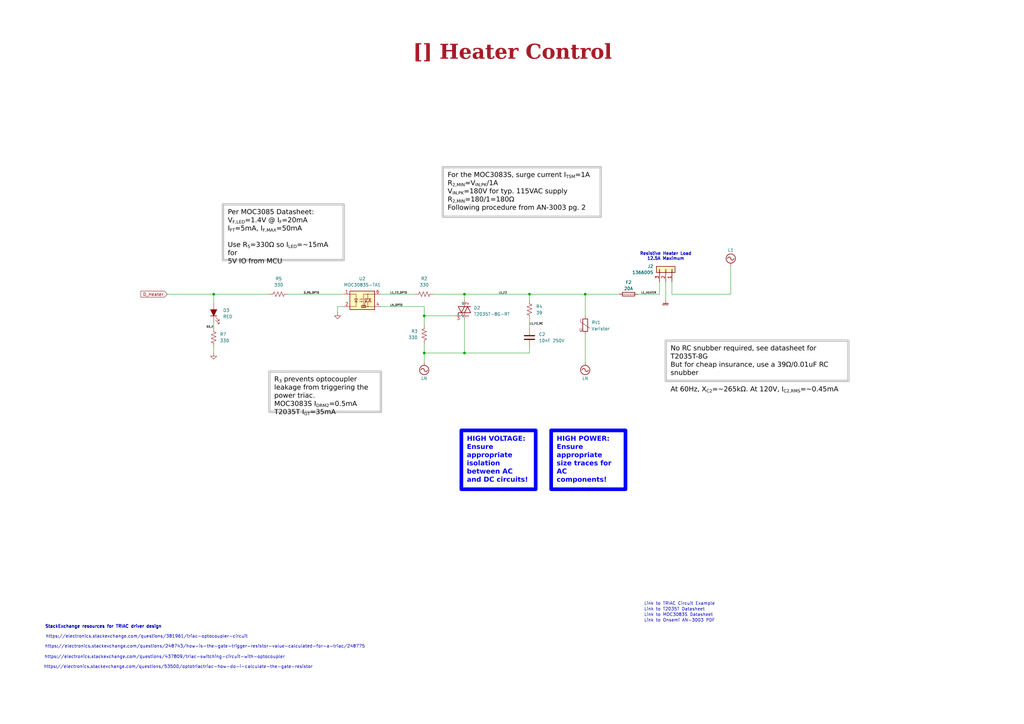
<source format=kicad_sch>
(kicad_sch (version 20250114) (generator "eeschema") (generator_version "9.0")
  (paper "A3")
  (title_block (title "Heater Control") (date "2025-08-28") (rev "${REVISION}") (company "${COMPANY}"))
  (lib_symbols
    (symbol "Connector_Generic:Conn_01x03" (pin_names (offset 1.016) (hide yes))
      (property "Reference" "J" (at 0 5.08 0))
      (property "Value" "Conn_01x03" (at 0 -5.08 0))
      (symbol "Conn_01x03_1_1"
        (rectangle (start -1.27 3.81) (end 1.27 -3.81) (stroke (width 0.254)) (fill (type background)))
        (rectangle (start -1.27 2.667) (end 0 2.413) (stroke (width 0.1524)))
        (rectangle (start -1.27 0.127) (end 0 -0.127) (stroke (width 0.1524)))
        (rectangle (start -1.27 -2.413) (end 0 -2.667) (stroke (width 0.1524)))
        (pin passive line (at -5.08 2.54 0) (length 3.81) (name "Pin_1") (number "1"))
        (pin passive line (at -5.08 0 0) (length 3.81) (name "Pin_2") (number "2"))
        (pin passive line (at -5.08 -2.54 0) (length 3.81) (name "Pin_3") (number "3"))
      )
    )
    (symbol "Device:C" (pin_numbers (hide yes)) (pin_names (offset 0.254))
      (property "Reference" "C" (at 0.635 2.54 0))
      (property "Value" "C" (at 0.635 -2.54 0))
      (symbol "C_0_1"
        (polyline (pts (xy -2.032 0.762) (xy 2.032 0.762)) (stroke (width 0.508)))
        (polyline (pts (xy -2.032 -0.762) (xy 2.032 -0.762)) (stroke (width 0.508)))
      )
      (symbol "C_1_1"
        (pin passive line (at 0 3.81 270) (length 2.794) (name "~") (number "1"))
        (pin passive line (at 0 -3.81 90) (length 2.794) (name "~") (number "2"))
      )
    )
    (symbol "Device:Fuse" (pin_numbers (hide yes)) (pin_names (offset 0))
      (property "Reference" "F" (at 2.032 0 90))
      (property "Value" "Fuse" (at -1.905 0 90))
      (symbol "Fuse_0_1"
        (rectangle (start -0.762 -2.54) (end 0.762 2.54) (stroke (width 0.254)))
        (polyline (pts (xy 0 2.54) (xy 0 -2.54)))
      )
      (symbol "Fuse_1_1"
        (pin passive line (at 0 3.81 270) (length 1.27) (name "~") (number "1"))
        (pin passive line (at 0 -3.81 90) (length 1.27) (name "~") (number "2"))
      )
    )
    (symbol "Device:LED_Filled" (pin_numbers (hide yes)) (pin_names (offset 1.016) (hide yes))
      (property "Reference" "D" (at 0 2.54 0))
      (property "Value" "LED_Filled" (at 0 -2.54 0))
      (property "Sim.Pins" "1=K 2=A" (at 0 0 0))
      (symbol "LED_Filled_0_1"
        (polyline (pts (xy -3.048 -0.762) (xy -4.572 -2.286) (xy -3.81 -2.286) (xy -4.572 -2.286) (xy -4.572 -1.524)))
        (polyline (pts (xy -1.778 -0.762) (xy -3.302 -2.286) (xy -2.54 -2.286) (xy -3.302 -2.286) (xy -3.302 -1.524)))
        (polyline (pts (xy -1.27 0) (xy 1.27 0)))
        (polyline (pts (xy -1.27 -1.27) (xy -1.27 1.27)) (stroke (width 0.254)))
        (polyline (pts (xy 1.27 -1.27) (xy 1.27 1.27) (xy -1.27 0) (xy 1.27 -1.27)) (stroke (width 0.254)) (fill (type outline)))
      )
      (symbol "LED_Filled_1_1"
        (pin passive line (at -3.81 0 0) (length 2.54) (name "K") (number "1"))
        (pin passive line (at 3.81 0 180) (length 2.54) (name "A") (number "2"))
      )
    )
    (symbol "Device:R_US" (pin_numbers (hide yes)) (pin_names (offset 0))
      (property "Reference" "R" (at 2.54 0 90))
      (property "Value" "R_US" (at -2.54 0 90))
      (symbol "R_US_0_1"
        (polyline (pts (xy 0 2.286) (xy 0 2.54)))
        (polyline (pts (xy 0 2.286) (xy 1.016 1.905) (xy 0 1.524) (xy -1.016 1.143) (xy 0 0.762)))
        (polyline (pts (xy 0 0.762) (xy 1.016 0.381) (xy 0 0) (xy -1.016 -0.381) (xy 0 -0.762)))
        (polyline (pts (xy 0 -0.762) (xy 1.016 -1.143) (xy 0 -1.524) (xy -1.016 -1.905) (xy 0 -2.286)))
        (polyline (pts (xy 0 -2.286) (xy 0 -2.54)))
      )
      (symbol "R_US_1_1"
        (pin passive line (at 0 3.81 270) (length 1.27) (name "~") (number "1"))
        (pin passive line (at 0 -3.81 90) (length 1.27) (name "~") (number "2"))
      )
    )
    (symbol "Device:Varistor" (pin_numbers (hide yes)) (pin_names (offset 0))
      (property "Reference" "RV" (at 3.175 0 90))
      (property "Value" "Varistor" (at -3.175 0 90))
      (symbol "Varistor_0_0"
        (text "U" (at -1.778 -2.032 0) (effects (font (size 1.27 1.27))))
      )
      (symbol "Varistor_0_1"
        (polyline (pts (xy -1.905 2.54) (xy -1.905 1.27) (xy 1.905 -1.27)))
        (rectangle (start -1.016 -2.54) (end 1.016 2.54) (stroke (width 0.254)))
      )
      (symbol "Varistor_1_1"
        (pin passive line (at 0 3.81 270) (length 1.27) (name "~") (number "1"))
        (pin passive line (at 0 -3.81 90) (length 1.27) (name "~") (number "2"))
      )
    )
    (symbol "Relay_SolidState:MOC3083M"
      (property "Reference" "U" (at -5.08 5.08 0))
      (property "Value" "MOC3083M" (at 0 5.08 0))
      (symbol "MOC3083M_0_0"
        (rectangle (start -0.381 -2.032) (end 1.397 -3.048))
        (polyline (pts (xy 1.524 -0.635) (xy 1.016 -1.016) (xy 1.016 -2.032)))
        (polyline (pts (xy 2.286 -2.54) (xy 1.397 -2.54)))
        (text "ZCD" (at 0.508 -2.54 0) (effects (font (size 0.508 0.508))))
      )
      (symbol "MOC3083M_0_1"
        (rectangle (start -5.08 3.81) (end 5.08 -3.81) (stroke (width 0.254)) (fill (type background)))
        (polyline (pts (xy -5.08 2.54) (xy -2.54 2.54) (xy -2.54 -2.54) (xy -5.08 -2.54)))
        (polyline (pts (xy -3.175 -0.635) (xy -1.905 -0.635)))
        (polyline (pts (xy -2.54 -0.635) (xy -3.175 0.635) (xy -1.905 0.635) (xy -2.54 -0.635)))
        (polyline (pts (xy -1.143 0.508) (xy 0.127 0.508) (xy -0.254 0.381) (xy -0.254 0.635) (xy 0.127 0.508)))
        (polyline (pts (xy -1.143 -0.508) (xy 0.127 -0.508) (xy -0.254 -0.635) (xy -0.254 -0.381) (xy 0.127 -0.508)))
        (polyline (pts (xy 0.889 -0.635) (xy 3.683 -0.635) (xy 3.048 0.635) (xy 2.413 -0.635)))
        (polyline (pts (xy 1.524 -0.635) (xy 1.524 0.635)))
        (polyline (pts (xy 2.286 2.54) (xy 0.508 2.54) (xy 0.508 -2.032)))
        (circle (center 2.286 2.54) (radius 0.127))
        (polyline (pts (xy 2.286 0.635) (xy 2.286 2.54) (xy 5.08 2.54)))
        (polyline (pts (xy 2.286 -0.635) (xy 2.286 -2.54) (xy 5.08 -2.54)))
        (circle (center 2.286 -2.54) (radius 0.127))
        (polyline (pts (xy 3.048 0.635) (xy 3.048 -0.635)))
        (polyline (pts (xy 3.683 0.635) (xy 0.889 0.635) (xy 1.524 -0.635) (xy 2.159 0.635)))
      )
      (symbol "MOC3083M_1_1"
        (pin passive line (at -7.62 2.54 0) (length 2.54) (name "~") (number "1"))
        (pin passive line (at -7.62 -2.54 0) (length 2.54) (name "~") (number "2"))
        (pin no_connect line (at -5.08 0 0) (length 2.54) (hide yes) (name "NC") (number "3"))
        (pin no_connect line (at 5.08 0 180) (length 2.54) (hide yes) (name "NC") (number "5"))
        (pin passive line (at 7.62 2.54 180) (length 2.54) (name "~") (number "6"))
        (pin passive line (at 7.62 -2.54 180) (length 2.54) (name "~") (number "4"))
      )
    )
    (symbol "Triac_Thyristor:Generic_Triac_A1A2G" (pin_names (offset 0))
      (property "Reference" "D" (at 3.175 0.635 0))
      (property "Value" "Generic_Triac_A1A2G" (at 3.175 -1.27 0))
      (symbol "Generic_Triac_A1A2G_0_1"
        (polyline (pts (xy -2.54 1.27) (xy 2.54 1.27)) (stroke (width 0.254)))
        (polyline (pts (xy -2.54 1.27) (xy -1.27 -1.27) (xy 0 1.27)) (stroke (width 0.254)))
        (polyline (pts (xy -2.54 -1.27) (xy 2.54 -1.27)) (stroke (width 0.254)))
        (polyline (pts (xy -1.27 -2.54) (xy -0.635 -1.27)))
        (polyline (pts (xy 0 -1.27) (xy 1.27 1.27) (xy 2.54 -1.27)) (stroke (width 0.254)))
      )
      (symbol "Generic_Triac_A1A2G_1_1"
        (pin input line (at -3.81 -2.54 0) (length 2.54) (name "G") (number "3"))
        (pin passive line (at 0 3.81 270) (length 2.54) (name "A2") (number "2"))
        (pin passive line (at 0 -3.81 90) (length 2.54) (name "A1") (number "1"))
      )
    )
    (symbol "power:AC" (power) (pin_numbers (hide yes)) (pin_names (offset 0) (hide yes))
      (property "Value" "AC" (at 0 6.35 0))
      (symbol "AC_0_1"
        (arc (start -1.27 3.175) (mid -0.635 3.8073) (end 0 3.175) (stroke (width 0.254)))
        (circle (center 0 3.175) (radius 1.905) (stroke (width 0.254)))
        (polyline (pts (xy 0 0) (xy 0 1.27)))
        (arc (start 1.27 3.175) (mid 0.635 2.5427) (end 0 3.175) (stroke (width 0.254)))
      )
      (symbol "AC_1_1"
        (pin power_in line (at 0 0 90) (length 0) (name "~") (number "1"))
      )
    )
    (symbol "power:GND" (power) (pin_numbers (hide yes)) (pin_names (offset 0) (hide yes))
      (property "Value" "GND" (at 0 -3.81 0))
      (symbol "GND_0_1"
        (polyline (pts (xy 0 0) (xy 0 -1.27) (xy 1.27 -1.27) (xy 0 -2.54) (xy -1.27 -1.27) (xy 0 -1.27)))
      )
      (symbol "GND_1_1"
        (pin power_in line (at 0 0 270) (length 0) (name "~") (number "1"))
      )
    )
    (symbol "power:GNDPWR" (power) (pin_numbers (hide yes)) (pin_names (offset 0) (hide yes))
      (property "Value" "GNDPWR" (at 0 -3.302 0))
      (symbol "GNDPWR_0_1"
        (polyline (pts (xy -1.016 -1.27) (xy -1.27 -2.032) (xy -1.27 -2.032)) (stroke (width 0.2032)))
        (polyline (pts (xy -0.508 -1.27) (xy -0.762 -2.032) (xy -0.762 -2.032)) (stroke (width 0.2032)))
        (polyline (pts (xy 0 -1.27) (xy 0 0)))
        (polyline (pts (xy 0 -1.27) (xy -0.254 -2.032) (xy -0.254 -2.032)) (stroke (width 0.2032)))
        (polyline (pts (xy 0.508 -1.27) (xy 0.254 -2.032) (xy 0.254 -2.032)) (stroke (width 0.2032)))
        (polyline (pts (xy 1.016 -1.27) (xy -1.016 -1.27) (xy -1.016 -1.27)) (stroke (width 0.2032)))
        (polyline (pts (xy 1.016 -1.27) (xy 0.762 -2.032) (xy 0.762 -2.032) (xy 0.762 -2.032)) (stroke (width 0.2032)))
      )
      (symbol "GNDPWR_1_1"
        (pin power_in line (at 0 0 270) (length 0) (name "~") (number "1"))
      )
    )
  )
  (text "Link to MOC3083S Datasheet" (at 264.16 252.222 0) (effects (font (size 1.27 1.27)) (justify left)))
  (text "Link to Onsemi AN-3003 PDF" (at 264.16 254.508 0) (effects (font (size 1.27 1.27)) (justify left)))
  (text "https://electronics.stackexchange.com/questions/381961/triac-optocoupler-circuit" (at 60.198 261.112 0) (effects (font (size 1.27 1.27))))
  (text "StackExchange resources for TRIAC driver design" (at 42.418 257.048 0) (effects (font (size 1.27 1.27) (thickness 0.254) (bold yes))))
  (text "https://electronics.stackexchange.com/questions/53500/optotriactriac-how-do-i-calculate-the-gate-resistor" (at 73.152 273.558 0) (effects (font (size 1.27 1.27))))
  (text "Link to T2035T Datasheet" (at 264.16 249.936 0) (effects (font (size 1.27 1.27)) (justify left)))
  (text "Resistive Heater Load\n12.5A Maximum" (at 273.05 105.156 0) (effects (font (size 1.27 1.27) (thickness 0.254) (bold yes))))
  (text "https://electronics.stackexchange.com/questions/248743/how-is-the-gate-trigger-resistor-value-calculated-for-a-triac/248775" (at 84.074 265.176 0) (effects (font (size 1.27 1.27))))
  (text "https://electronics.stackexchange.com/questions/437809/triac-switching-circuit-with-optocoupler" (at 67.564 269.494 0) (effects (font (size 1.27 1.27))))
  (text "Link to TRIAC Circuit Example" (at 264.16 247.65 0) (effects (font (size 1.27 1.27)) (justify left)))
  (text_box "For the MOC3083S, surge current I_{TSM}=1A\nR_{2,MIN}=V_{IN,PK}/1A\nV_{IN,PK}=180V for typ. 115VAC supply\nR_{2,MIN}=180/1=180Ω\nFollowing procedure from AN-3003 pg. 2" (at 181.61 68.58 0) (size 64.77 20.32) (margins 2 2 2 2) (stroke (width 1) (color 200 200 200 1)) (effects (font (size 2 2)) (justify left top)))
  (text_box "HIGH VOLTAGE:\nEnsure appropriate isolation between AC and DC circuits!" (at 189.23 176.53 0) (size 30.48 24.13) (margins 2.25 2.25 2.25 2.25) (stroke (width 1.5) (color 0 0 255 1)) (effects (font (size 2 2) (thickness 0.4) (bold yes)) (justify left top)))
  (text_box "Per MOC3085 Datasheet:\nV_{F,LED}=1.4V @ I_{F}=20mA\nI_{FT}=5mA, I_{F,MAX}=50mA\n\nUse R_{5}=330Ω so I_{LED}=~15mA for\n5V IO from MCU" (at 91.44 83.82 0) (size 49.53 22.86) (margins 2 2 2 2) (stroke (width 1) (color 200 200 200 1)) (effects (font (size 2 2)) (justify left top)))
  (text_box "[${#}] ${TITLE}" (at 10.16 15.24 0) (size 400.05 12.7) (margins 4.4999 4.4999 4.4999 4.4999) (stroke (width -0.0001)) (effects (font (size 6 6) (thickness 1.2) (bold yes))))
  (text_box "R_{3} prevents optocoupler leakage from triggering the power triac.\nMOC3083S I_{DRM2}=0.5mA\nT2035T I_{GT}=35mA" (at 110.49 152.4 0) (size 45.72 16.51) (margins 2 2 2 2) (stroke (width 1) (color 200 200 200 1)) (effects (font (size 2 2)) (justify left top)))
  (text_box "No RC snubber required, see datasheet for T2035T-8G\nBut for cheap insurance, use a 39Ω/0.01uF RC snubber\n\nAt 60Hz, X_{C2}=~265kΩ. At 120V, I_{C2,RMS}=~0.45mA\n" (at 273.05 139.7 0) (size 74.93 16.51) (margins 2 2 2 2) (stroke (width 1) (color 200 200 200 1)) (effects (font (size 2 2)) (justify left top)))
  (text_box "HIGH POWER:\nEnsure appropriate size traces for AC components!" (at 226.06 176.53 0) (size 30.48 24.13) (margins 2.25 2.25 2.25 2.25) (stroke (width 1.5) (color 0 0 255 1)) (effects (font (size 2 2) (thickness 0.4) (bold yes)) (justify left top)))
  (junction (at 190.5 144.78))
  (junction (at 240.03 120.65))
  (junction (at 173.99 129.54))
  (junction (at 217.17 120.65))
  (junction (at 190.5 120.65))
  (junction (at 87.63 120.65))
  (junction (at 173.99 144.78))
  (wire (pts (xy 173.99 125.73) (xy 156.21 125.73)))
  (wire (pts (xy 177.8 120.65) (xy 190.5 120.65)))
  (wire (pts (xy 140.97 125.73) (xy 138.43 125.73)))
  (wire (pts (xy 270.51 115.57) (xy 270.51 120.65)))
  (wire (pts (xy 173.99 129.54) (xy 173.99 125.73)))
  (wire (pts (xy 190.5 130.81) (xy 190.5 144.78)))
  (wire (pts (xy 138.43 125.73) (xy 138.43 128.27)))
  (wire (pts (xy 299.72 109.22) (xy 299.72 120.65)))
  (wire (pts (xy 87.63 124.46) (xy 87.63 120.65)))
  (wire (pts (xy 156.21 120.65) (xy 170.18 120.65)))
  (wire (pts (xy 173.99 144.78) (xy 173.99 148.59)))
  (wire (pts (xy 173.99 129.54) (xy 173.99 133.35)))
  (wire (pts (xy 275.59 120.65) (xy 275.59 115.57)))
  (wire (pts (xy 217.17 130.81) (xy 217.17 134.62)))
  (wire (pts (xy 190.5 144.78) (xy 217.17 144.78)))
  (wire (pts (xy 217.17 123.19) (xy 217.17 120.65)))
  (wire (pts (xy 87.63 132.08) (xy 87.63 134.62)))
  (wire (pts (xy 273.05 115.57) (xy 273.05 123.19)))
  (wire (pts (xy 68.58 120.65) (xy 87.63 120.65)))
  (wire (pts (xy 270.51 120.65) (xy 261.62 120.65)))
  (wire (pts (xy 217.17 120.65) (xy 240.03 120.65)))
  (wire (pts (xy 87.63 120.65) (xy 110.49 120.65)))
  (wire (pts (xy 240.03 120.65) (xy 240.03 129.54)))
  (wire (pts (xy 118.11 120.65) (xy 140.97 120.65)))
  (wire (pts (xy 240.03 137.16) (xy 240.03 148.59)))
  (wire (pts (xy 87.63 142.24) (xy 87.63 144.78)))
  (wire (pts (xy 186.69 129.54) (xy 173.99 129.54)))
  (wire (pts (xy 190.5 123.19) (xy 190.5 120.65)))
  (wire (pts (xy 173.99 144.78) (xy 173.99 140.97)))
  (wire (pts (xy 299.72 120.65) (xy 275.59 120.65)))
  (wire (pts (xy 173.99 144.78) (xy 190.5 144.78)))
  (wire (pts (xy 217.17 142.24) (xy 217.17 144.78)))
  (wire (pts (xy 190.5 120.65) (xy 217.17 120.65)))
  (wire (pts (xy 240.03 120.65) (xy 254 120.65)))
  (label "D3_K" (at 87.63 134.62 180) (effects (font (size 0.762 0.762))))
  (label "L1_F2_RC" (at 217.17 133.35 0) (effects (font (size 0.762 0.762))))
  (label "L1_F2_OPTO" (at 160.02 120.65 0) (effects (font (size 0.762 0.762))))
  (label "L1_HEATER" (at 262.89 120.65 0) (effects (font (size 0.762 0.762))))
  (label "LN_OPTO" (at 160.02 125.73 0) (effects (font (size 0.762 0.762))))
  (label "D_R5_OPTO" (at 124.46 120.65 0) (effects (font (size 0.762 0.762))))
  (label "L1_F2" (at 204.47 120.65 0) (effects (font (size 0.762 0.762))))
  (global_label "D_Heater" (shape input) (at 68.58 120.65 180) (property "Intersheetrefs" "${INTERSHEET_REFS}" (effects (hide yes))))
  (symbol (lib_id "Device:R_US") (at 173.99 137.16 0) (mirror x) (unit 1)
    (property "Reference" "R3" (at 171.329 135.8899 0) (effects (justify right)))
    (property "Value" "330" (at 171.329 138.4299 0) (effects (justify right)))
    (property "Footprint" "Resistor_SMD:R_2512_6332Metric_Pad1.40x3.35mm_HandSolder" (effects (hide yes)))
    (property "Description" "Resistor, US symbol" (effects (hide yes)))
  )
  (symbol (lib_id "Device:C") (at 217.17 138.43 0) (unit 1)
    (property "Reference" "C2" (at 220.98 137.1599 0) (effects (justify left)))
    (property "Value" "10nF 250V" (at 220.98 139.6999 0) (effects (justify left)))
    (property "Footprint" "Capacitor_SMD:C_1206_3216Metric_Pad1.33x1.80mm_HandSolder" (effects (hide yes)))
    (property "Description" "Unpolarized capacitor" (effects (hide yes)))
  )
  (symbol (lib_id "Device:R_US") (at 217.17 127 180) (unit 1)
    (property "Reference" "R4" (at 219.831 125.7299 0) (effects (justify right)))
    (property "Value" "39" (at 219.831 128.2699 0) (effects (justify right)))
    (property "Footprint" "Resistor_SMD:R_2512_6332Metric_Pad1.40x3.35mm_HandSolder" (effects (hide yes)))
    (property "Description" "Resistor, US symbol" (effects (hide yes)))
  )
  (symbol (lib_id "power:GND") (at 138.43 128.27 0) (unit 1)
    (property "Reference" "#PWR09" (effects (hide yes)))
    (property "Value" "GND" (effects (hide yes)))
    (property "Description" "Power symbol creates a global label with name \"GND\" , ground" (effects (hide yes)))
  )
  (symbol (lib_id "Connector_Generic:Conn_01x03") (at 273.05 110.49 270) (mirror x) (unit 1)
    (property "Reference" "J2" (at 267.97 109.2199 90) (effects (justify right)))
    (property "Value" "1366005" (at 267.97 111.7599 90) (effects (justify right)))
    (property "Footprint" "PhoenixContact_SPTA:SPTA-THR 2.53-5.0 P26" (effects (hide yes)))
    (property "Description" "Generic connector, single row, 01x03, script generated (kicad-library-utils/schlib/autogen/connector/)" (effects (hide yes)))
  )
  (symbol (lib_id "Device:R_US") (at 87.63 138.43 0) (unit 1)
    (property "Reference" "R7" (at 90.17 137.1599 0) (effects (justify left)))
    (property "Value" "330" (at 90.17 139.6999 0) (effects (justify left)))
    (property "Footprint" "Resistor_SMD:R_0603_1608Metric_Pad0.98x0.95mm_HandSolder" (effects (hide yes)))
    (property "Description" "Resistor, US symbol" (effects (hide yes)))
  )
  (symbol (lib_id "Triac_Thyristor:Generic_Triac_A1A2G") (at 190.5 127 0) (unit 1)
    (property "Reference" "D2" (at 194.31 126.3014 0) (effects (justify left)))
    (property "Value" "T2035T-8G-RT" (at 194.31 128.8414 0) (effects (justify left)))
    (property "Footprint" "Package_TO_SOT_SMD:TO-263-2" (effects (hide yes)))
    (property "Description" "Triode for alternating current, anode1/anode2/gate" (effects (hide yes)))
  )
  (symbol (lib_id "power:GNDPWR") (at 273.05 123.19 0) (unit 1)
    (property "Reference" "#PWR06" (effects (hide yes)))
    (property "Value" "GNDPWR" (effects (hide yes)))
    (property "Description" "Power symbol creates a global label with name \"GNDPWR\" , global ground" (effects (hide yes)))
  )
  (symbol (lib_id "power:GND") (at 87.63 144.78 0) (unit 1)
    (property "Reference" "#PWR018" (effects (hide yes)))
    (property "Value" "GND" (effects (hide yes)))
    (property "Description" "Power symbol creates a global label with name \"GND\" , ground" (effects (hide yes)))
  )
  (symbol (lib_id "power:AC") (at 173.99 148.59 180) (unit 1)
    (property "Reference" "#PWR08" (effects (hide yes)))
    (property "Value" "LN" (at 173.99 155.194 0))
    (property "Description" "Power symbol creates a global label with name \"AC\"" (effects (hide yes)))
  )
  (symbol (lib_id "Device:R_US") (at 114.3 120.65 90) (unit 1)
    (property "Reference" "R5" (at 114.3 114.3 90))
    (property "Value" "330" (at 114.3 116.84 90))
    (property "Footprint" "Resistor_SMD:R_0603_1608Metric_Pad0.98x0.95mm_HandSolder" (effects (hide yes)))
    (property "Description" "Resistor, US symbol" (effects (hide yes)))
  )
  (symbol (lib_id "power:AC") (at 240.03 148.59 180) (unit 1)
    (property "Reference" "#PWR029" (effects (hide yes)))
    (property "Value" "LN" (at 240.03 155.194 0))
    (property "Description" "Power symbol creates a global label with name \"AC\"" (effects (hide yes)))
  )
  (symbol (lib_id "Device:LED_Filled") (at 87.63 128.27 90) (unit 1)
    (property "Reference" "D3" (at 91.44 127.3174 90) (effects (justify right)))
    (property "Value" "RED" (at 91.44 129.8574 90) (effects (justify right)))
    (property "Footprint" "LED_SMD:LED_0603_1608Metric_Pad1.05x0.95mm_HandSolder" (effects (hide yes)))
    (property "Description" "Light emitting diode, filled shape" (effects (hide yes)))
  )
  (symbol (lib_id "Device:Fuse") (at 257.81 120.65 90) (unit 1)
    (property "Reference" "F2" (at 257.81 115.824 90))
    (property "Value" "20A" (at 257.81 118.364 90))
    (property "Footprint" "Fuse:Fuseholder_Clip-6.3x32mm_Littelfuse_122_Inline_P34.21x7.62mm_D2.54mm_Horizontal" (effects (hide yes)))
    (property "Description" "Fuse" (effects (hide yes)))
  )
  (symbol (lib_id "power:AC") (at 299.72 109.22 0) (unit 1)
    (property "Reference" "#PWR07" (effects (hide yes)))
    (property "Value" "L1" (at 299.72 102.616 0))
    (property "Description" "Power symbol creates a global label with name \"AC\"" (effects (hide yes)))
  )
  (symbol (lib_id "Device:R_US") (at 173.99 120.65 90) (unit 1)
    (property "Reference" "R2" (at 173.99 114.3 90))
    (property "Value" "330" (at 173.99 116.84 90))
    (property "Footprint" "Resistor_SMD:R_2512_6332Metric_Pad1.40x3.35mm_HandSolder" (effects (hide yes)))
    (property "Description" "Resistor, US symbol" (effects (hide yes)))
  )
  (symbol (lib_id "Relay_SolidState:MOC3083M") (at 148.59 123.19 0) (unit 1)
    (property "Reference" "U2" (at 148.59 114.3 0))
    (property "Value" "MOC3083S-TA1" (at 148.59 116.84 0))
    (property "Footprint" "Package_DIP:SMDIP-6_W9.53mm" (effects (hide yes)))
    (property "Datasheet" "https://www.onsemi.com/pub/Collateral/MOC3083M-D.PDF" (effects (hide yes)))
    (property "Description" "Zero Cross Opto-Triac, Vdrm 800V, Ift 5mA, DIP6" (effects (hide yes)))
  )
  (symbol (lib_id "Device:Varistor") (at 240.03 133.35 0) (unit 1)
    (property "Reference" "RV1" (at 242.57 132.2732 0) (effects (justify left)))
    (property "Value" "Varistor" (at 242.57 134.8132 0) (effects (justify left)))
    (property "Description" "Voltage dependent resistor" (effects (hide yes)))
    (property "Sim.Name" "kicad_builtin_varistor" (effects (hide yes)))
    (property "Sim.Device" "SUBCKT" (effects (hide yes)))
    (property "Sim.Pins" "1=A 2=B" (effects (hide yes)))
    (property "Sim.Params" "threshold=1k" (effects (hide yes)))
    (property "Sim.Library" "${KICAD9_SYMBOL_DIR}/Simulation_SPICE.sp" (effects (hide yes)))
  )
)
</source>
